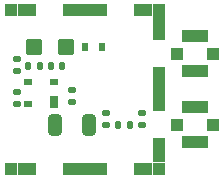
<source format=gtp>
%TF.GenerationSoftware,KiCad,Pcbnew,6.0.4-6f826c9f35~116~ubuntu18.04.1*%
%TF.CreationDate,2022-04-20T20:45:48+02:00*%
%TF.ProjectId,FETProbe_tiny,46455450-726f-4626-955f-74696e792e6b,rev?*%
%TF.SameCoordinates,Original*%
%TF.FileFunction,Paste,Top*%
%TF.FilePolarity,Positive*%
%FSLAX46Y46*%
G04 Gerber Fmt 4.6, Leading zero omitted, Abs format (unit mm)*
G04 Created by KiCad (PCBNEW 6.0.4-6f826c9f35~116~ubuntu18.04.1) date 2022-04-20 20:45:48*
%MOMM*%
%LPD*%
G01*
G04 APERTURE LIST*
G04 Aperture macros list*
%AMRoundRect*
0 Rectangle with rounded corners*
0 $1 Rounding radius*
0 $2 $3 $4 $5 $6 $7 $8 $9 X,Y pos of 4 corners*
0 Add a 4 corners polygon primitive as box body*
4,1,4,$2,$3,$4,$5,$6,$7,$8,$9,$2,$3,0*
0 Add four circle primitives for the rounded corners*
1,1,$1+$1,$2,$3*
1,1,$1+$1,$4,$5*
1,1,$1+$1,$6,$7*
1,1,$1+$1,$8,$9*
0 Add four rect primitives between the rounded corners*
20,1,$1+$1,$2,$3,$4,$5,0*
20,1,$1+$1,$4,$5,$6,$7,0*
20,1,$1+$1,$6,$7,$8,$9,0*
20,1,$1+$1,$8,$9,$2,$3,0*%
G04 Aperture macros list end*
%ADD10R,1.000000X1.000000*%
%ADD11R,2.200000X1.050000*%
%ADD12R,1.650000X1.000000*%
%ADD13R,1.000000X2.130000*%
%ADD14R,3.800000X1.000000*%
%ADD15R,1.000000X3.800000*%
%ADD16R,0.700000X1.000000*%
%ADD17R,0.700000X0.600000*%
%ADD18RoundRect,0.135000X-0.135000X-0.185000X0.135000X-0.185000X0.135000X0.185000X-0.135000X0.185000X0*%
%ADD19RoundRect,0.250000X0.450000X0.425000X-0.450000X0.425000X-0.450000X-0.425000X0.450000X-0.425000X0*%
%ADD20RoundRect,0.135000X-0.185000X0.135000X-0.185000X-0.135000X0.185000X-0.135000X0.185000X0.135000X0*%
%ADD21RoundRect,0.140000X-0.170000X0.140000X-0.170000X-0.140000X0.170000X-0.140000X0.170000X0.140000X0*%
%ADD22RoundRect,0.140000X0.140000X0.170000X-0.140000X0.170000X-0.140000X-0.170000X0.140000X-0.170000X0*%
%ADD23RoundRect,0.250000X-0.325000X-0.650000X0.325000X-0.650000X0.325000X0.650000X-0.325000X0.650000X0*%
%ADD24R,0.600000X0.700000*%
%ADD25RoundRect,0.147500X-0.147500X-0.172500X0.147500X-0.172500X0.147500X0.172500X-0.147500X0.172500X0*%
%ADD26RoundRect,0.135000X0.185000X-0.135000X0.185000X0.135000X-0.185000X0.135000X-0.185000X-0.135000X0*%
G04 APERTURE END LIST*
D10*
X121000000Y-103000000D03*
X124000000Y-103000000D03*
D11*
X122500000Y-101525000D03*
X122500000Y-104475000D03*
D12*
X108275000Y-106730000D03*
X108275000Y-93270000D03*
D13*
X119450000Y-94835000D03*
D10*
X119450000Y-106730000D03*
X119450000Y-93270000D03*
D14*
X113200000Y-106730000D03*
D13*
X119450000Y-105165000D03*
D15*
X119450000Y-100000000D03*
D12*
X118125000Y-93270000D03*
D10*
X106950000Y-93270000D03*
X106950000Y-106730000D03*
D12*
X118125000Y-106730000D03*
D14*
X113200000Y-93270000D03*
D16*
X110600000Y-101050000D03*
D17*
X110600000Y-99350000D03*
X108400000Y-99350000D03*
X108400000Y-101250000D03*
D18*
X108390000Y-98000000D03*
X109410000Y-98000000D03*
D19*
X111550000Y-96400000D03*
X108850000Y-96400000D03*
D20*
X107400000Y-100190000D03*
X107400000Y-101210000D03*
D10*
X121000000Y-97000000D03*
X124000000Y-97000000D03*
D11*
X122500000Y-98475000D03*
X122500000Y-95525000D03*
D20*
X107400000Y-97390000D03*
X107400000Y-98410000D03*
D21*
X115000000Y-102040000D03*
X115000000Y-103000000D03*
D22*
X111280000Y-98000000D03*
X110320000Y-98000000D03*
D21*
X118000000Y-102040000D03*
X118000000Y-103000000D03*
D23*
X110625000Y-103000000D03*
X113575000Y-103000000D03*
D24*
X113200000Y-96400000D03*
X114600000Y-96400000D03*
D25*
X116015000Y-103000000D03*
X116985000Y-103000000D03*
D26*
X112100000Y-101110000D03*
X112100000Y-100090000D03*
M02*

</source>
